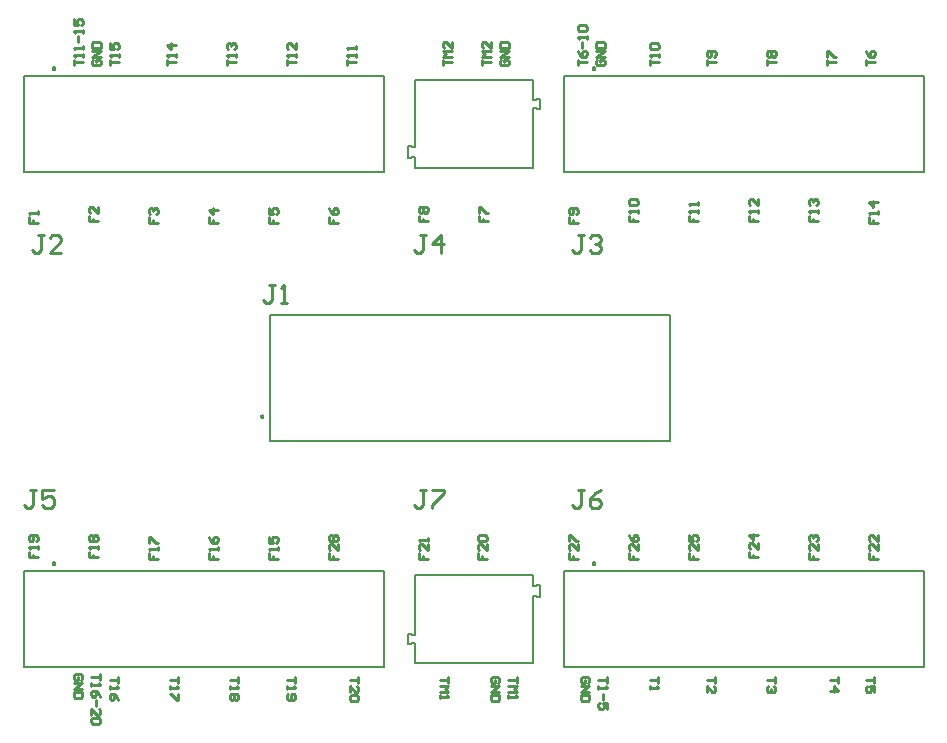
<source format=gto>
%FSTAX23Y23*%
%MOIN*%
%SFA1B1*%

%IPPOS*%
%ADD10C,0.007870*%
%ADD11C,0.005000*%
%ADD12C,0.010000*%
%LNtherms-1*%
%LPD*%
G54D10*
X01968Y006D02*
D01*
X01968Y006*
X01968Y006*
X01968Y006*
X01968Y00601*
X01968Y00601*
X01968Y00601*
X01968Y00601*
X01968Y00602*
X01968Y00602*
X01968Y00602*
X01967Y00602*
X01967Y00602*
X01967Y00603*
X01967Y00603*
X01966Y00603*
X01966Y00603*
X01966Y00603*
X01966Y00603*
X01965Y00603*
X01965Y00603*
X01965Y00603*
X01965Y00603*
X01964*
X01964Y00603*
X01964Y00603*
X01964Y00603*
X01963Y00603*
X01963Y00603*
X01963Y00603*
X01963Y00603*
X01962Y00603*
X01962Y00603*
X01962Y00602*
X01962Y00602*
X01961Y00602*
X01961Y00602*
X01961Y00602*
X01961Y00601*
X01961Y00601*
X01961Y00601*
X01961Y00601*
X01961Y006*
X01961Y006*
X01961Y006*
X01961Y006*
X01961Y00599*
X01961Y00599*
X01961Y00599*
X01961Y00598*
X01961Y00598*
X01961Y00598*
X01961Y00598*
X01961Y00597*
X01961Y00597*
X01961Y00597*
X01962Y00597*
X01962Y00597*
X01962Y00596*
X01962Y00596*
X01963Y00596*
X01963Y00596*
X01963Y00596*
X01963Y00596*
X01964Y00596*
X01964Y00596*
X01964Y00596*
X01964Y00596*
X01965*
X01965Y00596*
X01965Y00596*
X01965Y00596*
X01966Y00596*
X01966Y00596*
X01966Y00596*
X01966Y00596*
X01967Y00596*
X01967Y00596*
X01967Y00597*
X01967Y00597*
X01968Y00597*
X01968Y00597*
X01968Y00597*
X01968Y00598*
X01968Y00598*
X01968Y00598*
X01968Y00598*
X01968Y00599*
X01968Y00599*
X01968Y00599*
X01968Y006*
X00168D02*
D01*
X00168Y006*
X00168Y006*
X00168Y006*
X00168Y00601*
X00168Y00601*
X00168Y00601*
X00168Y00601*
X00168Y00602*
X00168Y00602*
X00168Y00602*
X00167Y00602*
X00167Y00602*
X00167Y00603*
X00167Y00603*
X00166Y00603*
X00166Y00603*
X00166Y00603*
X00166Y00603*
X00165Y00603*
X00165Y00603*
X00165Y00603*
X00165Y00603*
X00164*
X00164Y00603*
X00164Y00603*
X00164Y00603*
X00163Y00603*
X00163Y00603*
X00163Y00603*
X00163Y00603*
X00162Y00603*
X00162Y00603*
X00162Y00602*
X00162Y00602*
X00161Y00602*
X00161Y00602*
X00161Y00602*
X00161Y00601*
X00161Y00601*
X00161Y00601*
X00161Y00601*
X00161Y006*
X00161Y006*
X00161Y006*
X00161Y006*
X00161Y00599*
X00161Y00599*
X00161Y00599*
X00161Y00598*
X00161Y00598*
X00161Y00598*
X00161Y00598*
X00161Y00597*
X00161Y00597*
X00161Y00597*
X00162Y00597*
X00162Y00597*
X00162Y00596*
X00162Y00596*
X00163Y00596*
X00163Y00596*
X00163Y00596*
X00163Y00596*
X00164Y00596*
X00164Y00596*
X00164Y00596*
X00164Y00596*
X00165*
X00165Y00596*
X00165Y00596*
X00165Y00596*
X00166Y00596*
X00166Y00596*
X00166Y00596*
X00166Y00596*
X00167Y00596*
X00167Y00596*
X00167Y00597*
X00167Y00597*
X00168Y00597*
X00168Y00597*
X00168Y00597*
X00168Y00598*
X00168Y00598*
X00168Y00598*
X00168Y00598*
X00168Y00599*
X00168Y00599*
X00168Y00599*
X00168Y006*
X01968Y0225D02*
D01*
X01968Y0225*
X01968Y0225*
X01968Y0225*
X01968Y02251*
X01968Y02251*
X01968Y02251*
X01968Y02251*
X01968Y02252*
X01968Y02252*
X01968Y02252*
X01967Y02252*
X01967Y02252*
X01967Y02253*
X01967Y02253*
X01966Y02253*
X01966Y02253*
X01966Y02253*
X01966Y02253*
X01965Y02253*
X01965Y02253*
X01965Y02253*
X01965Y02253*
X01964*
X01964Y02253*
X01964Y02253*
X01964Y02253*
X01963Y02253*
X01963Y02253*
X01963Y02253*
X01963Y02253*
X01962Y02253*
X01962Y02253*
X01962Y02252*
X01962Y02252*
X01961Y02252*
X01961Y02252*
X01961Y02252*
X01961Y02251*
X01961Y02251*
X01961Y02251*
X01961Y02251*
X01961Y0225*
X01961Y0225*
X01961Y0225*
X01961Y0225*
X01961Y02249*
X01961Y02249*
X01961Y02249*
X01961Y02248*
X01961Y02248*
X01961Y02248*
X01961Y02248*
X01961Y02247*
X01961Y02247*
X01961Y02247*
X01962Y02247*
X01962Y02247*
X01962Y02246*
X01962Y02246*
X01963Y02246*
X01963Y02246*
X01963Y02246*
X01963Y02246*
X01964Y02246*
X01964Y02246*
X01964Y02246*
X01964Y02246*
X01965*
X01965Y02246*
X01965Y02246*
X01965Y02246*
X01966Y02246*
X01966Y02246*
X01966Y02246*
X01966Y02246*
X01967Y02246*
X01967Y02246*
X01967Y02247*
X01967Y02247*
X01968Y02247*
X01968Y02247*
X01968Y02247*
X01968Y02248*
X01968Y02248*
X01968Y02248*
X01968Y02248*
X01968Y02249*
X01968Y02249*
X01968Y02249*
X01968Y0225*
X00168D02*
D01*
X00168Y0225*
X00168Y0225*
X00168Y0225*
X00168Y02251*
X00168Y02251*
X00168Y02251*
X00168Y02251*
X00168Y02252*
X00168Y02252*
X00168Y02252*
X00167Y02252*
X00167Y02252*
X00167Y02253*
X00167Y02253*
X00166Y02253*
X00166Y02253*
X00166Y02253*
X00166Y02253*
X00165Y02253*
X00165Y02253*
X00165Y02253*
X00165Y02253*
X00164*
X00164Y02253*
X00164Y02253*
X00164Y02253*
X00163Y02253*
X00163Y02253*
X00163Y02253*
X00163Y02253*
X00162Y02253*
X00162Y02253*
X00162Y02252*
X00162Y02252*
X00161Y02252*
X00161Y02252*
X00161Y02252*
X00161Y02251*
X00161Y02251*
X00161Y02251*
X00161Y02251*
X00161Y0225*
X00161Y0225*
X00161Y0225*
X00161Y0225*
X00161Y02249*
X00161Y02249*
X00161Y02249*
X00161Y02248*
X00161Y02248*
X00161Y02248*
X00161Y02248*
X00161Y02247*
X00161Y02247*
X00161Y02247*
X00162Y02247*
X00162Y02247*
X00162Y02246*
X00162Y02246*
X00163Y02246*
X00163Y02246*
X00163Y02246*
X00163Y02246*
X00164Y02246*
X00164Y02246*
X00164Y02246*
X00164Y02246*
X00165*
X00165Y02246*
X00165Y02246*
X00165Y02246*
X00166Y02246*
X00166Y02246*
X00166Y02246*
X00166Y02246*
X00167Y02246*
X00167Y02246*
X00167Y02247*
X00167Y02247*
X00168Y02247*
X00168Y02247*
X00168Y02247*
X00168Y02248*
X00168Y02248*
X00168Y02248*
X00168Y02248*
X00168Y02249*
X00168Y02249*
X00168Y02249*
X00168Y0225*
X00863Y0109D02*
D01*
X00863Y0109*
X00863Y0109*
X00863Y0109*
X00863Y01091*
X00863Y01091*
X00863Y01091*
X00862Y01091*
X00862Y01092*
X00862Y01092*
X00862Y01092*
X00862Y01092*
X00862Y01092*
X00861Y01093*
X00861Y01093*
X00861Y01093*
X00861Y01093*
X0086Y01093*
X0086Y01093*
X0086Y01093*
X0086Y01093*
X00859Y01093*
X00859Y01093*
X00859*
X00859Y01093*
X00858Y01093*
X00858Y01093*
X00858Y01093*
X00858Y01093*
X00857Y01093*
X00857Y01093*
X00857Y01093*
X00857Y01093*
X00856Y01092*
X00856Y01092*
X00856Y01092*
X00856Y01092*
X00856Y01092*
X00856Y01091*
X00855Y01091*
X00855Y01091*
X00855Y01091*
X00855Y0109*
X00855Y0109*
X00855Y0109*
X00855Y0109*
X00855Y01089*
X00855Y01089*
X00855Y01089*
X00855Y01088*
X00855Y01088*
X00855Y01088*
X00856Y01088*
X00856Y01087*
X00856Y01087*
X00856Y01087*
X00856Y01087*
X00856Y01087*
X00857Y01086*
X00857Y01086*
X00857Y01086*
X00857Y01086*
X00858Y01086*
X00858Y01086*
X00858Y01086*
X00858Y01086*
X00859Y01086*
X00859Y01086*
X00859*
X00859Y01086*
X0086Y01086*
X0086Y01086*
X0086Y01086*
X0086Y01086*
X00861Y01086*
X00861Y01086*
X00861Y01086*
X00861Y01086*
X00862Y01087*
X00862Y01087*
X00862Y01087*
X00862Y01087*
X00862Y01087*
X00862Y01088*
X00863Y01088*
X00863Y01088*
X00863Y01088*
X00863Y01089*
X00863Y01089*
X00863Y01089*
X00863Y0109*
X01761Y00267D02*
Y00491D01*
Y00525D02*
Y00562D01*
Y00491D02*
X01785Y00489D01*
X01761Y00525D02*
X01785Y00527D01*
Y00489D02*
Y00527D01*
X01368Y00361D02*
Y00562D01*
X01761*
X01368Y00267D02*
Y00334D01*
X01344Y00331D02*
X01368Y00334D01*
X01344Y00364D02*
X01368Y00361D01*
X01344Y00331D02*
Y00364D01*
X01368Y00267D02*
X01761D01*
X01368Y01988D02*
Y02212D01*
Y01917D02*
Y01954D01*
X01344Y0199D02*
X01368Y01988D01*
X01344Y01952D02*
X01368Y01954D01*
X01344Y01952D02*
Y0199D01*
X01761Y01917D02*
Y02118D01*
X01368Y01917D02*
X01761D01*
Y02145D02*
Y02212D01*
Y02145D02*
X01785Y02148D01*
X01761Y02118D02*
X01785Y02115D01*
Y02148*
X01368Y02212D02*
X01761D01*
G54D11*
X01865Y00253D02*
Y00576D01*
X03065*
Y00253D02*
Y00576D01*
X01865Y00253D02*
X03065D01*
X00065D02*
Y00576D01*
X01265*
Y00253D02*
Y00576D01*
X00065Y00253D02*
X01265D01*
X01865Y01903D02*
Y02226D01*
X03065*
Y01903D02*
Y02226D01*
X01865Y01903D02*
X03065D01*
X00065D02*
Y02226D01*
X01265*
Y01903D02*
Y02226D01*
X00065Y01903D02*
X01265D01*
X00885Y01007D02*
Y01428D01*
X02219Y01007D02*
Y01428D01*
X00885D02*
X02219D01*
X00885Y01007D02*
X02219D01*
G54D12*
X0023Y0226D02*
Y02279D01*
Y0227*
X0026*
Y02289D02*
Y02299D01*
Y02294*
X0023*
X00235Y02289*
X0026Y02314D02*
Y02324D01*
Y02319*
X0023*
X00235Y02314*
X00245Y02339D02*
Y02359D01*
X0026Y02369D02*
Y02379D01*
Y02374*
X0023*
X00235Y02369*
X0023Y02414D02*
Y02394D01*
X00245*
X0024Y02404*
Y02409*
X00245Y02414*
X00255*
X0026Y02409*
Y02399*
X00255Y02394*
X00295Y02279D02*
X0029Y02275D01*
Y02265*
X00295Y0226*
X00315*
X0032Y02265*
Y02275*
X00315Y02279*
X00305*
Y0227*
X0032Y02289D02*
X0029D01*
X0032Y02309*
X0029*
Y02319D02*
X0032D01*
Y02334*
X00315Y02339*
X00295*
X0029Y02334*
Y02319*
X0159Y0226D02*
Y02279D01*
Y0227*
X0162*
Y02289D02*
X0159D01*
X016Y02299*
X0159Y02309*
X0162*
Y02339D02*
Y02319D01*
X016Y02339*
X01595*
X0159Y02334*
Y02324*
X01595Y02319*
X01655Y02279D02*
X0165Y02275D01*
Y02265*
X01655Y0226*
X01675*
X0168Y02265*
Y02275*
X01675Y02279*
X01665*
Y0227*
X0168Y02289D02*
X0165D01*
X0168Y02309*
X0165*
Y02319D02*
X0168D01*
Y02334*
X01675Y02339*
X01655*
X0165Y02334*
Y02319*
X02009Y0022D02*
Y002D01*
Y0021*
X01979*
Y0019D02*
Y0018D01*
Y00185*
X02009*
X02004Y0019*
X01994Y00165D02*
Y00145D01*
X02009Y00115D02*
Y00135D01*
X01994*
X01999Y00125*
Y0012*
X01994Y00115*
X01984*
X01979Y0012*
Y0013*
X01984Y00135*
X01944Y002D02*
X01949Y00205D01*
Y00215*
X01944Y0022*
X01925*
X0192Y00215*
Y00205*
X01925Y002*
X01935*
Y0021*
X0192Y0019D02*
X01949D01*
X0192Y0017*
X01949*
Y0016D02*
X0192D01*
Y00145*
X01925Y0014*
X01944*
X01949Y00145*
Y0016*
X0191Y0226D02*
Y02279D01*
Y0227*
X0194*
X0191Y02309D02*
X01915Y02299D01*
X01925Y02289*
X01935*
X0194Y02294*
Y02304*
X01935Y02309*
X0193*
X01925Y02304*
Y02289*
Y02319D02*
Y02339D01*
X0194Y02349D02*
Y02359D01*
Y02354*
X0191*
X01915Y02349*
Y02374D02*
X0191Y02379D01*
Y02389*
X01915Y02394*
X01935*
X0194Y02389*
Y02379*
X01935Y02374*
X01915*
X01975Y02279D02*
X0197Y02275D01*
Y02265*
X01975Y0226*
X01995*
X02Y02265*
Y02275*
X01995Y02279*
X01985*
Y0227*
X02Y02289D02*
X0197D01*
X02Y02309*
X0197*
Y02319D02*
X02D01*
Y02334*
X01995Y02339*
X01975*
X0197Y02334*
Y02319*
X01709Y0022D02*
Y002D01*
Y0021*
X01679*
Y0019D02*
X01709D01*
X01699Y0018*
X01709Y0017*
X01679*
Y0016D02*
Y0015D01*
Y00155*
X01709*
X01704Y0016*
X01644Y002D02*
X01649Y00205D01*
Y00215*
X01644Y0022*
X01625*
X0162Y00215*
Y00205*
X01625Y002*
X01634*
Y0021*
X0162Y0019D02*
X01649D01*
X0162Y0017*
X01649*
Y0016D02*
X0162D01*
Y00145*
X01625Y0014*
X01644*
X01649Y00145*
Y0016*
X00319Y0023D02*
Y0021D01*
Y0022*
X00289*
Y002D02*
Y0019D01*
Y00195*
X00319*
X00314Y002*
X00319Y00155D02*
X00314Y00165D01*
X00304Y00175*
X00294*
X00289Y0017*
Y0016*
X00294Y00155*
X00299*
X00304Y0016*
Y00175*
Y00145D02*
Y00125D01*
X00289Y00095D02*
Y00115D01*
X00309Y00095*
X00314*
X00319Y001*
Y0011*
X00314Y00115*
Y00085D02*
X00319Y0008D01*
Y0007*
X00314Y00065*
X00294*
X00289Y0007*
Y0008*
X00294Y00085*
X00314*
X00254Y0021D02*
X00259Y00215D01*
Y00225*
X00254Y0023*
X00235*
X0023Y00225*
Y00215*
X00235Y0021*
X00244*
Y0022*
X0023Y002D02*
X00259D01*
X0023Y0018*
X00259*
Y0017D02*
X0023D01*
Y00155*
X00235Y0015*
X00254*
X00259Y00155*
Y0017*
X0035Y0226D02*
Y02279D01*
Y0227*
X0038*
Y02289D02*
Y02299D01*
Y02294*
X0035*
X00355Y02289*
X0035Y02334D02*
Y02314D01*
X00365*
X0036Y02324*
Y02329*
X00365Y02334*
X00375*
X0038Y02329*
Y02319*
X00375Y02314*
X0054Y0226D02*
Y02279D01*
Y0227*
X0057*
Y02289D02*
Y02299D01*
Y02294*
X0054*
X00545Y02289*
X0057Y02329D02*
X0054D01*
X00555Y02314*
Y02334*
X0074Y0226D02*
Y02279D01*
Y0227*
X0077*
Y02289D02*
Y02299D01*
Y02294*
X0074*
X00745Y02289*
Y02314D02*
X0074Y02319D01*
Y02329*
X00745Y02334*
X0075*
X00755Y02329*
Y02324*
Y02329*
X0076Y02334*
X00765*
X0077Y02329*
Y02319*
X00765Y02314*
X0094Y0226D02*
Y02279D01*
Y0227*
X0097*
Y02289D02*
Y02299D01*
Y02294*
X0094*
X00945Y02289*
X0097Y02334D02*
Y02314D01*
X0095Y02334*
X00945*
X0094Y02329*
Y02319*
X00945Y02314*
X0114Y0226D02*
Y02279D01*
Y0227*
X0117*
Y02289D02*
Y02299D01*
Y02294*
X0114*
X01145Y02289*
X0117Y02314D02*
Y02324D01*
Y02319*
X0114*
X01145Y02314*
X0146Y0226D02*
Y02279D01*
Y0227*
X0149*
Y02289D02*
X0146D01*
X0147Y02299*
X0146Y02309*
X0149*
Y02339D02*
Y02319D01*
X0147Y02339*
X01465*
X0146Y02334*
Y02324*
X01465Y02319*
X0215Y0226D02*
Y02279D01*
Y0227*
X0218*
Y02289D02*
Y02299D01*
Y02294*
X0215*
X02155Y02289*
Y02314D02*
X0215Y02319D01*
Y02329*
X02155Y02334*
X02175*
X0218Y02329*
Y02319*
X02175Y02314*
X02155*
X0234Y0226D02*
Y02279D01*
Y0227*
X0237*
X02365Y02289D02*
X0237Y02294D01*
Y02304*
X02365Y02309*
X02345*
X0234Y02304*
Y02294*
X02345Y02289*
X0235*
X02355Y02294*
Y02309*
X0254Y0226D02*
Y02279D01*
Y0227*
X0257*
X02545Y02289D02*
X0254Y02294D01*
Y02304*
X02545Y02309*
X0255*
X02555Y02304*
X0256Y02309*
X02565*
X0257Y02304*
Y02294*
X02565Y02289*
X0256*
X02555Y02294*
X0255Y02289*
X02545*
X02555Y02294D02*
Y02304D01*
X0274Y0226D02*
Y02279D01*
Y0227*
X0277*
X0274Y02289D02*
Y02309D01*
X02745*
X02765Y02289*
X0277*
X0287Y0226D02*
Y02279D01*
Y0227*
X029*
X0287Y02309D02*
X02875Y02299D01*
X02885Y02289*
X02895*
X029Y02294*
Y02304*
X02895Y02309*
X0289*
X02885Y02304*
Y02289*
X02779Y0022D02*
Y002D01*
Y0021*
X0275*
Y00175D02*
X02779D01*
X02765Y0019*
Y0017*
X00379Y0022D02*
Y002D01*
Y0021*
X0035*
Y0019D02*
Y0018D01*
Y00185*
X00379*
X00374Y0019*
X00379Y00145D02*
X00374Y00155D01*
X00365Y00165*
X00355*
X0035Y0016*
Y0015*
X00355Y00145*
X0036*
X00365Y0015*
Y00165*
X00579Y0022D02*
Y002D01*
Y0021*
X0055*
Y0019D02*
Y0018D01*
Y00185*
X00579*
X00574Y0019*
X00579Y00165D02*
Y00145D01*
X00574*
X00555Y00165*
X0055*
X00779Y0022D02*
Y002D01*
Y0021*
X0075*
Y0019D02*
Y0018D01*
Y00185*
X00779*
X00774Y0019*
Y00165D02*
X00779Y0016D01*
Y0015*
X00774Y00145*
X00769*
X00764Y0015*
X0076Y00145*
X00755*
X0075Y0015*
Y0016*
X00755Y00165*
X0076*
X00764Y0016*
X00769Y00165*
X00774*
X00764Y0016D02*
Y0015D01*
X00969Y0022D02*
Y002D01*
Y0021*
X0094*
Y0019D02*
Y0018D01*
Y00185*
X00969*
X00964Y0019*
X00945Y00165D02*
X0094Y0016D01*
Y0015*
X00945Y00145*
X00964*
X00969Y0015*
Y0016*
X00964Y00165*
X00959*
X00954Y0016*
Y00145*
X01179Y0022D02*
Y002D01*
Y0021*
X0115*
Y0017D02*
Y0019D01*
X01169Y0017*
X01174*
X01179Y00175*
Y00185*
X01174Y0019*
Y0016D02*
X01179Y00155D01*
Y00145*
X01174Y0014*
X01155*
X0115Y00145*
Y00155*
X01155Y0016*
X01174*
X01479Y0022D02*
Y002D01*
Y0021*
X0145*
Y0019D02*
X01479D01*
X01469Y0018*
X01479Y0017*
X0145*
Y0016D02*
Y0015D01*
Y00155*
X01479*
X01474Y0016*
X02179Y0022D02*
Y002D01*
Y0021*
X0215*
Y0019D02*
Y0018D01*
Y00185*
X02179*
X02174Y0019*
X02369Y0022D02*
Y002D01*
Y0021*
X0234*
Y0017D02*
Y0019D01*
X02359Y0017*
X02364*
X02369Y00175*
Y00185*
X02364Y0019*
X02569Y0022D02*
Y002D01*
Y0021*
X0254*
X02564Y0019D02*
X02569Y00185D01*
Y00175*
X02564Y0017*
X02559*
X02555Y00175*
Y0018*
Y00175*
X0255Y0017*
X02545*
X0254Y00175*
Y00185*
X02545Y0019*
X02899Y0022D02*
Y002D01*
Y0021*
X0287*
X02899Y0017D02*
Y0019D01*
X02884*
X02889Y0018*
Y00175*
X02884Y0017*
X02875*
X0287Y00175*
Y00185*
X02875Y0019*
X0108Y00634D02*
Y00615D01*
X01095*
Y00625*
Y00615*
X0111*
Y00664D02*
Y00644D01*
X0109Y00664*
X01085*
X0108Y00659*
Y00649*
X01085Y00644*
Y00674D02*
X0108Y00679D01*
Y00689*
X01085Y00693*
X0109*
X01095Y00689*
X011Y00693*
X01105*
X0111Y00689*
Y00679*
X01105Y00674*
X011*
X01095Y00679*
X0109Y00674*
X01085*
X01095Y00679D02*
Y00689D01*
X0188Y00634D02*
Y00615D01*
X01895*
Y00625*
Y00615*
X0191*
Y00664D02*
Y00644D01*
X0189Y00664*
X01885*
X0188Y00659*
Y00649*
X01885Y00644*
X0188Y00674D02*
Y00693D01*
X01885*
X01905Y00674*
X0191*
X0208Y00634D02*
Y00615D01*
X02095*
Y00625*
Y00615*
X0211*
Y00664D02*
Y00644D01*
X0209Y00664*
X02085*
X0208Y00659*
Y00649*
X02085Y00644*
X0208Y00693D02*
X02085Y00684D01*
X02095Y00674*
X02105*
X0211Y00679*
Y00689*
X02105Y00693*
X021*
X02095Y00689*
Y00674*
X0228Y00634D02*
Y00615D01*
X02295*
Y00625*
Y00615*
X0231*
Y00664D02*
Y00644D01*
X0229Y00664*
X02285*
X0228Y00659*
Y00649*
X02285Y00644*
X0228Y00693D02*
Y00674D01*
X02295*
X0229Y00684*
Y00689*
X02295Y00693*
X02305*
X0231Y00689*
Y00679*
X02305Y00674*
X0248Y00639D02*
Y0062D01*
X02495*
Y00629*
Y0062*
X0251*
Y00669D02*
Y00649D01*
X0249Y00669*
X02485*
X0248Y00664*
Y00654*
X02485Y00649*
X0251Y00693D02*
X0248D01*
X02495Y00679*
Y00698*
X0268Y00634D02*
Y00615D01*
X02695*
Y00625*
Y00615*
X0271*
Y00664D02*
Y00644D01*
X0269Y00664*
X02685*
X0268Y00659*
Y00649*
X02685Y00644*
Y00674D02*
X0268Y00679D01*
Y00689*
X02685Y00693*
X0269*
X02695Y00689*
Y00684*
Y00689*
X027Y00693*
X02705*
X0271Y00689*
Y00679*
X02705Y00674*
X0288Y00634D02*
Y00615D01*
X02895*
Y00625*
Y00615*
X0291*
Y00664D02*
Y00644D01*
X0289Y00664*
X02885*
X0288Y00659*
Y00649*
X02885Y00644*
X0291Y00693D02*
Y00674D01*
X0289Y00693*
X02885*
X0288Y00689*
Y00679*
X02885Y00674*
X0138Y00634D02*
Y00615D01*
X01395*
Y00625*
Y00615*
X0141*
Y00664D02*
Y00644D01*
X0139Y00664*
X01385*
X0138Y00659*
Y00649*
X01385Y00644*
X0141Y00674D02*
Y00684D01*
Y00679*
X0138*
X01385Y00674*
X01578Y00634D02*
Y00615D01*
X01593*
Y00625*
Y00615*
X01608*
Y00664D02*
Y00644D01*
X01588Y00664*
X01583*
X01578Y00659*
Y00649*
X01583Y00644*
Y00674D02*
X01578Y00679D01*
Y00689*
X01583Y00693*
X01603*
X01608Y00689*
Y00679*
X01603Y00674*
X01583*
X0008Y00639D02*
Y0062D01*
X00095*
Y00629*
Y0062*
X0011*
Y00649D02*
Y00659D01*
Y00654*
X0008*
X00085Y00649*
X00105Y00674D02*
X0011Y00679D01*
Y00688*
X00105Y00693*
X00085*
X0008Y00688*
Y00679*
X00085Y00674*
X0009*
X00095Y00679*
Y00693*
X0028Y00639D02*
Y0062D01*
X00295*
Y00629*
Y0062*
X0031*
Y00649D02*
Y00659D01*
Y00654*
X0028*
X00285Y00649*
Y00674D02*
X0028Y00679D01*
Y00688*
X00285Y00693*
X0029*
X00295Y00688*
X003Y00693*
X00305*
X0031Y00688*
Y00679*
X00305Y00674*
X003*
X00295Y00679*
X0029Y00674*
X00285*
X00295Y00679D02*
Y00688D01*
X0048Y00634D02*
Y00615D01*
X00495*
Y00625*
Y00615*
X0051*
Y00644D02*
Y00654D01*
Y00649*
X0048*
X00485Y00644*
X0048Y00669D02*
Y00689D01*
X00485*
X00505Y00669*
X0051*
X0068Y00634D02*
Y00615D01*
X00695*
Y00625*
Y00615*
X0071*
Y00644D02*
Y00654D01*
Y00649*
X0068*
X00685Y00644*
X0068Y00689D02*
X00685Y00679D01*
X00695Y00669*
X00705*
X0071Y00674*
Y00684*
X00705Y00689*
X007*
X00695Y00684*
Y00669*
X0088Y00634D02*
Y00615D01*
X00895*
Y00625*
Y00615*
X0091*
Y00644D02*
Y00654D01*
Y00649*
X0088*
X00885Y00644*
X0088Y00689D02*
Y00669D01*
X00895*
X0089Y00679*
Y00684*
X00895Y00689*
X00905*
X0091Y00684*
Y00674*
X00905Y00669*
X0288Y01754D02*
Y01735D01*
X02895*
Y01745*
Y01735*
X0291*
Y01764D02*
Y01774D01*
Y01769*
X0288*
X02885Y01764*
X0291Y01804D02*
X0288D01*
X02895Y01789*
Y01809*
X0268Y01759D02*
Y0174D01*
X02695*
Y01749*
Y0174*
X0271*
Y01769D02*
Y01779D01*
Y01774*
X0268*
X02685Y01769*
Y01794D02*
X0268Y01799D01*
Y01808*
X02685Y01813*
X0269*
X02695Y01808*
Y01803*
Y01808*
X027Y01813*
X02705*
X0271Y01808*
Y01799*
X02705Y01794*
X0248Y01759D02*
Y0174D01*
X02495*
Y01749*
Y0174*
X0251*
Y01769D02*
Y01779D01*
Y01774*
X0248*
X02485Y01769*
X0251Y01813D02*
Y01794D01*
X0249Y01813*
X02485*
X0248Y01808*
Y01799*
X02485Y01794*
X0228Y01759D02*
Y0174D01*
X02295*
Y01749*
Y0174*
X0231*
Y01769D02*
Y01779D01*
Y01774*
X0228*
X02285Y01769*
X0231Y01794D02*
Y01803D01*
Y01799*
X0228*
X02285Y01794*
X0208Y01759D02*
Y0174D01*
X02095*
Y01749*
Y0174*
X0211*
Y01769D02*
Y01779D01*
Y01774*
X0208*
X02085Y01769*
Y01794D02*
X0208Y01799D01*
Y01808*
X02085Y01813*
X02105*
X0211Y01808*
Y01799*
X02105Y01794*
X02085*
X0188Y01754D02*
Y01735D01*
X01895*
Y01745*
Y01735*
X0191*
X01905Y01764D02*
X0191Y01769D01*
Y01779*
X01905Y01784*
X01885*
X0188Y01779*
Y01769*
X01885Y01764*
X0189*
X01895Y01769*
Y01784*
X0138Y01759D02*
Y0174D01*
X01395*
Y01749*
Y0174*
X0141*
X01385Y01769D02*
X0138Y01774D01*
Y01784*
X01385Y01789*
X0139*
X01395Y01784*
X014Y01789*
X01405*
X0141Y01784*
Y01774*
X01405Y01769*
X014*
X01395Y01774*
X0139Y01769*
X01385*
X01395Y01774D02*
Y01784D01*
X0158Y01759D02*
Y0174D01*
X01595*
Y01749*
Y0174*
X0161*
X0158Y01769D02*
Y01789D01*
X01585*
X01605Y01769*
X0161*
X0108Y01754D02*
Y01735D01*
X01095*
Y01745*
Y01735*
X0111*
X0108Y01784D02*
X01085Y01774D01*
X01095Y01764*
X01105*
X0111Y01769*
Y01779*
X01105Y01784*
X011*
X01095Y01779*
Y01764*
X0088Y01754D02*
Y01735D01*
X00895*
Y01745*
Y01735*
X0091*
X0088Y01784D02*
Y01764D01*
X00895*
X0089Y01774*
Y01779*
X00895Y01784*
X00905*
X0091Y01779*
Y01769*
X00905Y01764*
X0068Y01754D02*
Y01735D01*
X00695*
Y01745*
Y01735*
X0071*
Y01779D02*
X0068D01*
X00695Y01764*
Y01784*
X0048Y01754D02*
Y01735D01*
X00495*
Y01745*
Y01735*
X0051*
X00485Y01764D02*
X0048Y01769D01*
Y01779*
X00485Y01784*
X0049*
X00495Y01779*
Y01774*
Y01779*
X005Y01784*
X00505*
X0051Y01779*
Y01769*
X00505Y01764*
X0028Y01759D02*
Y0174D01*
X00295*
Y01749*
Y0174*
X0031*
Y01789D02*
Y01769D01*
X0029Y01789*
X00285*
X0028Y01784*
Y01774*
X00285Y01769*
X0008Y01754D02*
Y01735D01*
X00095*
Y01745*
Y01735*
X0011*
Y01764D02*
Y01774D01*
Y01769*
X0008*
X00085Y01764*
X01405Y00844D02*
X01385D01*
X01395*
Y00795*
X01385Y00785*
X01375*
X01365Y00795*
X01425Y00844D02*
X01464D01*
Y00834*
X01425Y00795*
Y00785*
X0193Y00844D02*
X0191D01*
X0192*
Y00795*
X0191Y00785*
X019*
X0189Y00795*
X01989Y00844D02*
X01969Y00834D01*
X0195Y00815*
Y00795*
X01959Y00785*
X01979*
X01989Y00795*
Y00805*
X01979Y00815*
X0195*
X00105Y00844D02*
X00085D01*
X00095*
Y00795*
X00085Y00785*
X00075*
X00065Y00795*
X00164Y00844D02*
X00125D01*
Y00815*
X00144Y00825*
X00154*
X00164Y00815*
Y00795*
X00154Y00785*
X00134*
X00125Y00795*
X01405Y01694D02*
X01385D01*
X01395*
Y01645*
X01385Y01635*
X01375*
X01365Y01645*
X01454Y01635D02*
Y01694D01*
X01425Y01665*
X01464*
X0193Y01694D02*
X0191D01*
X0192*
Y01645*
X0191Y01635*
X019*
X0189Y01645*
X0195Y01684D02*
X01959Y01694D01*
X01979*
X01989Y01684*
Y01675*
X01979Y01665*
X01969*
X01979*
X01989Y01655*
Y01645*
X01979Y01635*
X01959*
X0195Y01645*
X0013Y01694D02*
X0011D01*
X0012*
Y01645*
X0011Y01635*
X001*
X0009Y01645*
X00189Y01635D02*
X0015D01*
X00189Y01675*
Y01684*
X00179Y01694*
X00159*
X0015Y01684*
X00901Y01528D02*
X00881D01*
X00891*
Y01479*
X00881Y01469*
X00872*
X00862Y01479*
X00921Y01469D02*
X00941D01*
X00931*
Y01528*
X00921Y01518*
M02*
</source>
